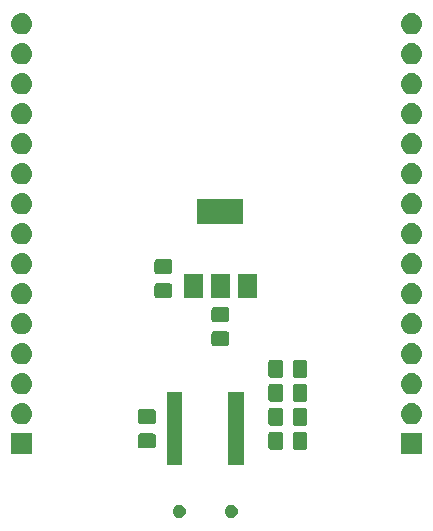
<source format=gbr>
G04 #@! TF.GenerationSoftware,KiCad,Pcbnew,(5.1.0)-1*
G04 #@! TF.CreationDate,2019-09-22T22:35:09+02:00*
G04 #@! TF.ProjectId,ESP32Eval,45535033-3245-4766-916c-2e6b69636164,rev?*
G04 #@! TF.SameCoordinates,Original*
G04 #@! TF.FileFunction,Soldermask,Bot*
G04 #@! TF.FilePolarity,Negative*
%FSLAX46Y46*%
G04 Gerber Fmt 4.6, Leading zero omitted, Abs format (unit mm)*
G04 Created by KiCad (PCBNEW (5.1.0)-1) date 2019-09-22 22:35:09*
%MOMM*%
%LPD*%
G04 APERTURE LIST*
%ADD10C,0.100000*%
G04 APERTURE END LIST*
D10*
G36*
X149680721Y-127105174D02*
G01*
X149780995Y-127146709D01*
X149780996Y-127146710D01*
X149871242Y-127207010D01*
X149947990Y-127283758D01*
X149947991Y-127283760D01*
X150008291Y-127374005D01*
X150049826Y-127474279D01*
X150071000Y-127580730D01*
X150071000Y-127689270D01*
X150049826Y-127795721D01*
X150008291Y-127895995D01*
X150008290Y-127895996D01*
X149947990Y-127986242D01*
X149871242Y-128062990D01*
X149825812Y-128093345D01*
X149780995Y-128123291D01*
X149680721Y-128164826D01*
X149574270Y-128186000D01*
X149465730Y-128186000D01*
X149359279Y-128164826D01*
X149259005Y-128123291D01*
X149214188Y-128093345D01*
X149168758Y-128062990D01*
X149092010Y-127986242D01*
X149031710Y-127895996D01*
X149031709Y-127895995D01*
X148990174Y-127795721D01*
X148969000Y-127689270D01*
X148969000Y-127580730D01*
X148990174Y-127474279D01*
X149031709Y-127374005D01*
X149092009Y-127283760D01*
X149092010Y-127283758D01*
X149168758Y-127207010D01*
X149259004Y-127146710D01*
X149259005Y-127146709D01*
X149359279Y-127105174D01*
X149465730Y-127084000D01*
X149574270Y-127084000D01*
X149680721Y-127105174D01*
X149680721Y-127105174D01*
G37*
G36*
X145280721Y-127105174D02*
G01*
X145380995Y-127146709D01*
X145380996Y-127146710D01*
X145471242Y-127207010D01*
X145547990Y-127283758D01*
X145547991Y-127283760D01*
X145608291Y-127374005D01*
X145649826Y-127474279D01*
X145671000Y-127580730D01*
X145671000Y-127689270D01*
X145649826Y-127795721D01*
X145608291Y-127895995D01*
X145608290Y-127895996D01*
X145547990Y-127986242D01*
X145471242Y-128062990D01*
X145425812Y-128093345D01*
X145380995Y-128123291D01*
X145280721Y-128164826D01*
X145174270Y-128186000D01*
X145065730Y-128186000D01*
X144959279Y-128164826D01*
X144859005Y-128123291D01*
X144814188Y-128093345D01*
X144768758Y-128062990D01*
X144692010Y-127986242D01*
X144631710Y-127895996D01*
X144631709Y-127895995D01*
X144590174Y-127795721D01*
X144569000Y-127689270D01*
X144569000Y-127580730D01*
X144590174Y-127474279D01*
X144631709Y-127374005D01*
X144692009Y-127283760D01*
X144692010Y-127283758D01*
X144768758Y-127207010D01*
X144859004Y-127146710D01*
X144859005Y-127146709D01*
X144959279Y-127105174D01*
X145065730Y-127084000D01*
X145174270Y-127084000D01*
X145280721Y-127105174D01*
X145280721Y-127105174D01*
G37*
G36*
X145371000Y-123758500D02*
G01*
X144069000Y-123758500D01*
X144069000Y-117541500D01*
X145371000Y-117541500D01*
X145371000Y-123758500D01*
X145371000Y-123758500D01*
G37*
G36*
X150571000Y-123758500D02*
G01*
X149269000Y-123758500D01*
X149269000Y-117541500D01*
X150571000Y-117541500D01*
X150571000Y-123758500D01*
X150571000Y-123758500D01*
G37*
G36*
X165681000Y-122821000D02*
G01*
X163879000Y-122821000D01*
X163879000Y-121019000D01*
X165681000Y-121019000D01*
X165681000Y-122821000D01*
X165681000Y-122821000D01*
G37*
G36*
X132666000Y-122821000D02*
G01*
X130864000Y-122821000D01*
X130864000Y-121019000D01*
X132666000Y-121019000D01*
X132666000Y-122821000D01*
X132666000Y-122821000D01*
G37*
G36*
X153743674Y-120919465D02*
G01*
X153781367Y-120930899D01*
X153816103Y-120949466D01*
X153846548Y-120974452D01*
X153871534Y-121004897D01*
X153890101Y-121039633D01*
X153901535Y-121077326D01*
X153906000Y-121122661D01*
X153906000Y-122209339D01*
X153901535Y-122254674D01*
X153890101Y-122292367D01*
X153871534Y-122327103D01*
X153846548Y-122357548D01*
X153816103Y-122382534D01*
X153781367Y-122401101D01*
X153743674Y-122412535D01*
X153698339Y-122417000D01*
X152861661Y-122417000D01*
X152816326Y-122412535D01*
X152778633Y-122401101D01*
X152743897Y-122382534D01*
X152713452Y-122357548D01*
X152688466Y-122327103D01*
X152669899Y-122292367D01*
X152658465Y-122254674D01*
X152654000Y-122209339D01*
X152654000Y-121122661D01*
X152658465Y-121077326D01*
X152669899Y-121039633D01*
X152688466Y-121004897D01*
X152713452Y-120974452D01*
X152743897Y-120949466D01*
X152778633Y-120930899D01*
X152816326Y-120919465D01*
X152861661Y-120915000D01*
X153698339Y-120915000D01*
X153743674Y-120919465D01*
X153743674Y-120919465D01*
G37*
G36*
X155793674Y-120919465D02*
G01*
X155831367Y-120930899D01*
X155866103Y-120949466D01*
X155896548Y-120974452D01*
X155921534Y-121004897D01*
X155940101Y-121039633D01*
X155951535Y-121077326D01*
X155956000Y-121122661D01*
X155956000Y-122209339D01*
X155951535Y-122254674D01*
X155940101Y-122292367D01*
X155921534Y-122327103D01*
X155896548Y-122357548D01*
X155866103Y-122382534D01*
X155831367Y-122401101D01*
X155793674Y-122412535D01*
X155748339Y-122417000D01*
X154911661Y-122417000D01*
X154866326Y-122412535D01*
X154828633Y-122401101D01*
X154793897Y-122382534D01*
X154763452Y-122357548D01*
X154738466Y-122327103D01*
X154719899Y-122292367D01*
X154708465Y-122254674D01*
X154704000Y-122209339D01*
X154704000Y-121122661D01*
X154708465Y-121077326D01*
X154719899Y-121039633D01*
X154738466Y-121004897D01*
X154763452Y-120974452D01*
X154793897Y-120949466D01*
X154828633Y-120930899D01*
X154866326Y-120919465D01*
X154911661Y-120915000D01*
X155748339Y-120915000D01*
X155793674Y-120919465D01*
X155793674Y-120919465D01*
G37*
G36*
X142955674Y-121053465D02*
G01*
X142993367Y-121064899D01*
X143028103Y-121083466D01*
X143058548Y-121108452D01*
X143083534Y-121138897D01*
X143102101Y-121173633D01*
X143113535Y-121211326D01*
X143118000Y-121256661D01*
X143118000Y-122093339D01*
X143113535Y-122138674D01*
X143102101Y-122176367D01*
X143083534Y-122211103D01*
X143058548Y-122241548D01*
X143028103Y-122266534D01*
X142993367Y-122285101D01*
X142955674Y-122296535D01*
X142910339Y-122301000D01*
X141823661Y-122301000D01*
X141778326Y-122296535D01*
X141740633Y-122285101D01*
X141705897Y-122266534D01*
X141675452Y-122241548D01*
X141650466Y-122211103D01*
X141631899Y-122176367D01*
X141620465Y-122138674D01*
X141616000Y-122093339D01*
X141616000Y-121256661D01*
X141620465Y-121211326D01*
X141631899Y-121173633D01*
X141650466Y-121138897D01*
X141675452Y-121108452D01*
X141705897Y-121083466D01*
X141740633Y-121064899D01*
X141778326Y-121053465D01*
X141823661Y-121049000D01*
X142910339Y-121049000D01*
X142955674Y-121053465D01*
X142955674Y-121053465D01*
G37*
G36*
X155793674Y-118887465D02*
G01*
X155831367Y-118898899D01*
X155866103Y-118917466D01*
X155896548Y-118942452D01*
X155921534Y-118972897D01*
X155940101Y-119007633D01*
X155951535Y-119045326D01*
X155956000Y-119090661D01*
X155956000Y-120177339D01*
X155951535Y-120222674D01*
X155940101Y-120260367D01*
X155921534Y-120295103D01*
X155896548Y-120325548D01*
X155866103Y-120350534D01*
X155831367Y-120369101D01*
X155793674Y-120380535D01*
X155748339Y-120385000D01*
X154911661Y-120385000D01*
X154866326Y-120380535D01*
X154828633Y-120369101D01*
X154793897Y-120350534D01*
X154763452Y-120325548D01*
X154738466Y-120295103D01*
X154719899Y-120260367D01*
X154708465Y-120222674D01*
X154704000Y-120177339D01*
X154704000Y-119090661D01*
X154708465Y-119045326D01*
X154719899Y-119007633D01*
X154738466Y-118972897D01*
X154763452Y-118942452D01*
X154793897Y-118917466D01*
X154828633Y-118898899D01*
X154866326Y-118887465D01*
X154911661Y-118883000D01*
X155748339Y-118883000D01*
X155793674Y-118887465D01*
X155793674Y-118887465D01*
G37*
G36*
X153743674Y-118887465D02*
G01*
X153781367Y-118898899D01*
X153816103Y-118917466D01*
X153846548Y-118942452D01*
X153871534Y-118972897D01*
X153890101Y-119007633D01*
X153901535Y-119045326D01*
X153906000Y-119090661D01*
X153906000Y-120177339D01*
X153901535Y-120222674D01*
X153890101Y-120260367D01*
X153871534Y-120295103D01*
X153846548Y-120325548D01*
X153816103Y-120350534D01*
X153781367Y-120369101D01*
X153743674Y-120380535D01*
X153698339Y-120385000D01*
X152861661Y-120385000D01*
X152816326Y-120380535D01*
X152778633Y-120369101D01*
X152743897Y-120350534D01*
X152713452Y-120325548D01*
X152688466Y-120295103D01*
X152669899Y-120260367D01*
X152658465Y-120222674D01*
X152654000Y-120177339D01*
X152654000Y-119090661D01*
X152658465Y-119045326D01*
X152669899Y-119007633D01*
X152688466Y-118972897D01*
X152713452Y-118942452D01*
X152743897Y-118917466D01*
X152778633Y-118898899D01*
X152816326Y-118887465D01*
X152861661Y-118883000D01*
X153698339Y-118883000D01*
X153743674Y-118887465D01*
X153743674Y-118887465D01*
G37*
G36*
X131875442Y-118485518D02*
G01*
X131941627Y-118492037D01*
X132111466Y-118543557D01*
X132267991Y-118627222D01*
X132303729Y-118656552D01*
X132405186Y-118739814D01*
X132464016Y-118811500D01*
X132517778Y-118877009D01*
X132601443Y-119033534D01*
X132652963Y-119203373D01*
X132670359Y-119380000D01*
X132652963Y-119556627D01*
X132601443Y-119726466D01*
X132517778Y-119882991D01*
X132488448Y-119918729D01*
X132405186Y-120020186D01*
X132321732Y-120088674D01*
X132267991Y-120132778D01*
X132111466Y-120216443D01*
X131941627Y-120267963D01*
X131875442Y-120274482D01*
X131809260Y-120281000D01*
X131720740Y-120281000D01*
X131654558Y-120274482D01*
X131588373Y-120267963D01*
X131418534Y-120216443D01*
X131262009Y-120132778D01*
X131208268Y-120088674D01*
X131124814Y-120020186D01*
X131041552Y-119918729D01*
X131012222Y-119882991D01*
X130928557Y-119726466D01*
X130877037Y-119556627D01*
X130859641Y-119380000D01*
X130877037Y-119203373D01*
X130928557Y-119033534D01*
X131012222Y-118877009D01*
X131065984Y-118811500D01*
X131124814Y-118739814D01*
X131226271Y-118656552D01*
X131262009Y-118627222D01*
X131418534Y-118543557D01*
X131588373Y-118492037D01*
X131654558Y-118485518D01*
X131720740Y-118479000D01*
X131809260Y-118479000D01*
X131875442Y-118485518D01*
X131875442Y-118485518D01*
G37*
G36*
X164890442Y-118485518D02*
G01*
X164956627Y-118492037D01*
X165126466Y-118543557D01*
X165282991Y-118627222D01*
X165318729Y-118656552D01*
X165420186Y-118739814D01*
X165479016Y-118811500D01*
X165532778Y-118877009D01*
X165616443Y-119033534D01*
X165667963Y-119203373D01*
X165685359Y-119380000D01*
X165667963Y-119556627D01*
X165616443Y-119726466D01*
X165532778Y-119882991D01*
X165503448Y-119918729D01*
X165420186Y-120020186D01*
X165336732Y-120088674D01*
X165282991Y-120132778D01*
X165126466Y-120216443D01*
X164956627Y-120267963D01*
X164890442Y-120274482D01*
X164824260Y-120281000D01*
X164735740Y-120281000D01*
X164669558Y-120274482D01*
X164603373Y-120267963D01*
X164433534Y-120216443D01*
X164277009Y-120132778D01*
X164223268Y-120088674D01*
X164139814Y-120020186D01*
X164056552Y-119918729D01*
X164027222Y-119882991D01*
X163943557Y-119726466D01*
X163892037Y-119556627D01*
X163874641Y-119380000D01*
X163892037Y-119203373D01*
X163943557Y-119033534D01*
X164027222Y-118877009D01*
X164080984Y-118811500D01*
X164139814Y-118739814D01*
X164241271Y-118656552D01*
X164277009Y-118627222D01*
X164433534Y-118543557D01*
X164603373Y-118492037D01*
X164669558Y-118485518D01*
X164735740Y-118479000D01*
X164824260Y-118479000D01*
X164890442Y-118485518D01*
X164890442Y-118485518D01*
G37*
G36*
X142955674Y-119003465D02*
G01*
X142993367Y-119014899D01*
X143028103Y-119033466D01*
X143058548Y-119058452D01*
X143083534Y-119088897D01*
X143102101Y-119123633D01*
X143113535Y-119161326D01*
X143118000Y-119206661D01*
X143118000Y-120043339D01*
X143113535Y-120088674D01*
X143102101Y-120126367D01*
X143083534Y-120161103D01*
X143058548Y-120191548D01*
X143028103Y-120216534D01*
X142993367Y-120235101D01*
X142955674Y-120246535D01*
X142910339Y-120251000D01*
X141823661Y-120251000D01*
X141778326Y-120246535D01*
X141740633Y-120235101D01*
X141705897Y-120216534D01*
X141675452Y-120191548D01*
X141650466Y-120161103D01*
X141631899Y-120126367D01*
X141620465Y-120088674D01*
X141616000Y-120043339D01*
X141616000Y-119206661D01*
X141620465Y-119161326D01*
X141631899Y-119123633D01*
X141650466Y-119088897D01*
X141675452Y-119058452D01*
X141705897Y-119033466D01*
X141740633Y-119014899D01*
X141778326Y-119003465D01*
X141823661Y-118999000D01*
X142910339Y-118999000D01*
X142955674Y-119003465D01*
X142955674Y-119003465D01*
G37*
G36*
X155793674Y-116855465D02*
G01*
X155831367Y-116866899D01*
X155866103Y-116885466D01*
X155896548Y-116910452D01*
X155921534Y-116940897D01*
X155940101Y-116975633D01*
X155951535Y-117013326D01*
X155956000Y-117058661D01*
X155956000Y-118145339D01*
X155951535Y-118190674D01*
X155940101Y-118228367D01*
X155921534Y-118263103D01*
X155896548Y-118293548D01*
X155866103Y-118318534D01*
X155831367Y-118337101D01*
X155793674Y-118348535D01*
X155748339Y-118353000D01*
X154911661Y-118353000D01*
X154866326Y-118348535D01*
X154828633Y-118337101D01*
X154793897Y-118318534D01*
X154763452Y-118293548D01*
X154738466Y-118263103D01*
X154719899Y-118228367D01*
X154708465Y-118190674D01*
X154704000Y-118145339D01*
X154704000Y-117058661D01*
X154708465Y-117013326D01*
X154719899Y-116975633D01*
X154738466Y-116940897D01*
X154763452Y-116910452D01*
X154793897Y-116885466D01*
X154828633Y-116866899D01*
X154866326Y-116855465D01*
X154911661Y-116851000D01*
X155748339Y-116851000D01*
X155793674Y-116855465D01*
X155793674Y-116855465D01*
G37*
G36*
X153743674Y-116855465D02*
G01*
X153781367Y-116866899D01*
X153816103Y-116885466D01*
X153846548Y-116910452D01*
X153871534Y-116940897D01*
X153890101Y-116975633D01*
X153901535Y-117013326D01*
X153906000Y-117058661D01*
X153906000Y-118145339D01*
X153901535Y-118190674D01*
X153890101Y-118228367D01*
X153871534Y-118263103D01*
X153846548Y-118293548D01*
X153816103Y-118318534D01*
X153781367Y-118337101D01*
X153743674Y-118348535D01*
X153698339Y-118353000D01*
X152861661Y-118353000D01*
X152816326Y-118348535D01*
X152778633Y-118337101D01*
X152743897Y-118318534D01*
X152713452Y-118293548D01*
X152688466Y-118263103D01*
X152669899Y-118228367D01*
X152658465Y-118190674D01*
X152654000Y-118145339D01*
X152654000Y-117058661D01*
X152658465Y-117013326D01*
X152669899Y-116975633D01*
X152688466Y-116940897D01*
X152713452Y-116910452D01*
X152743897Y-116885466D01*
X152778633Y-116866899D01*
X152816326Y-116855465D01*
X152861661Y-116851000D01*
X153698339Y-116851000D01*
X153743674Y-116855465D01*
X153743674Y-116855465D01*
G37*
G36*
X164890442Y-115945518D02*
G01*
X164956627Y-115952037D01*
X165126466Y-116003557D01*
X165282991Y-116087222D01*
X165314814Y-116113339D01*
X165420186Y-116199814D01*
X165481996Y-116275131D01*
X165532778Y-116337009D01*
X165616443Y-116493534D01*
X165667963Y-116663373D01*
X165685359Y-116840000D01*
X165667963Y-117016627D01*
X165616443Y-117186466D01*
X165532778Y-117342991D01*
X165503448Y-117378729D01*
X165420186Y-117480186D01*
X165318729Y-117563448D01*
X165282991Y-117592778D01*
X165126466Y-117676443D01*
X164956627Y-117727963D01*
X164890442Y-117734482D01*
X164824260Y-117741000D01*
X164735740Y-117741000D01*
X164669558Y-117734482D01*
X164603373Y-117727963D01*
X164433534Y-117676443D01*
X164277009Y-117592778D01*
X164241271Y-117563448D01*
X164139814Y-117480186D01*
X164056552Y-117378729D01*
X164027222Y-117342991D01*
X163943557Y-117186466D01*
X163892037Y-117016627D01*
X163874641Y-116840000D01*
X163892037Y-116663373D01*
X163943557Y-116493534D01*
X164027222Y-116337009D01*
X164078004Y-116275131D01*
X164139814Y-116199814D01*
X164245186Y-116113339D01*
X164277009Y-116087222D01*
X164433534Y-116003557D01*
X164603373Y-115952037D01*
X164669558Y-115945518D01*
X164735740Y-115939000D01*
X164824260Y-115939000D01*
X164890442Y-115945518D01*
X164890442Y-115945518D01*
G37*
G36*
X131875442Y-115945518D02*
G01*
X131941627Y-115952037D01*
X132111466Y-116003557D01*
X132267991Y-116087222D01*
X132299814Y-116113339D01*
X132405186Y-116199814D01*
X132466996Y-116275131D01*
X132517778Y-116337009D01*
X132601443Y-116493534D01*
X132652963Y-116663373D01*
X132670359Y-116840000D01*
X132652963Y-117016627D01*
X132601443Y-117186466D01*
X132517778Y-117342991D01*
X132488448Y-117378729D01*
X132405186Y-117480186D01*
X132303729Y-117563448D01*
X132267991Y-117592778D01*
X132111466Y-117676443D01*
X131941627Y-117727963D01*
X131875442Y-117734482D01*
X131809260Y-117741000D01*
X131720740Y-117741000D01*
X131654558Y-117734482D01*
X131588373Y-117727963D01*
X131418534Y-117676443D01*
X131262009Y-117592778D01*
X131226271Y-117563448D01*
X131124814Y-117480186D01*
X131041552Y-117378729D01*
X131012222Y-117342991D01*
X130928557Y-117186466D01*
X130877037Y-117016627D01*
X130859641Y-116840000D01*
X130877037Y-116663373D01*
X130928557Y-116493534D01*
X131012222Y-116337009D01*
X131063004Y-116275131D01*
X131124814Y-116199814D01*
X131230186Y-116113339D01*
X131262009Y-116087222D01*
X131418534Y-116003557D01*
X131588373Y-115952037D01*
X131654558Y-115945518D01*
X131720740Y-115939000D01*
X131809260Y-115939000D01*
X131875442Y-115945518D01*
X131875442Y-115945518D01*
G37*
G36*
X155793674Y-114823465D02*
G01*
X155831367Y-114834899D01*
X155866103Y-114853466D01*
X155896548Y-114878452D01*
X155921534Y-114908897D01*
X155940101Y-114943633D01*
X155951535Y-114981326D01*
X155956000Y-115026661D01*
X155956000Y-116113339D01*
X155951535Y-116158674D01*
X155940101Y-116196367D01*
X155921534Y-116231103D01*
X155896548Y-116261548D01*
X155866103Y-116286534D01*
X155831367Y-116305101D01*
X155793674Y-116316535D01*
X155748339Y-116321000D01*
X154911661Y-116321000D01*
X154866326Y-116316535D01*
X154828633Y-116305101D01*
X154793897Y-116286534D01*
X154763452Y-116261548D01*
X154738466Y-116231103D01*
X154719899Y-116196367D01*
X154708465Y-116158674D01*
X154704000Y-116113339D01*
X154704000Y-115026661D01*
X154708465Y-114981326D01*
X154719899Y-114943633D01*
X154738466Y-114908897D01*
X154763452Y-114878452D01*
X154793897Y-114853466D01*
X154828633Y-114834899D01*
X154866326Y-114823465D01*
X154911661Y-114819000D01*
X155748339Y-114819000D01*
X155793674Y-114823465D01*
X155793674Y-114823465D01*
G37*
G36*
X153743674Y-114823465D02*
G01*
X153781367Y-114834899D01*
X153816103Y-114853466D01*
X153846548Y-114878452D01*
X153871534Y-114908897D01*
X153890101Y-114943633D01*
X153901535Y-114981326D01*
X153906000Y-115026661D01*
X153906000Y-116113339D01*
X153901535Y-116158674D01*
X153890101Y-116196367D01*
X153871534Y-116231103D01*
X153846548Y-116261548D01*
X153816103Y-116286534D01*
X153781367Y-116305101D01*
X153743674Y-116316535D01*
X153698339Y-116321000D01*
X152861661Y-116321000D01*
X152816326Y-116316535D01*
X152778633Y-116305101D01*
X152743897Y-116286534D01*
X152713452Y-116261548D01*
X152688466Y-116231103D01*
X152669899Y-116196367D01*
X152658465Y-116158674D01*
X152654000Y-116113339D01*
X152654000Y-115026661D01*
X152658465Y-114981326D01*
X152669899Y-114943633D01*
X152688466Y-114908897D01*
X152713452Y-114878452D01*
X152743897Y-114853466D01*
X152778633Y-114834899D01*
X152816326Y-114823465D01*
X152861661Y-114819000D01*
X153698339Y-114819000D01*
X153743674Y-114823465D01*
X153743674Y-114823465D01*
G37*
G36*
X164890443Y-113405519D02*
G01*
X164956627Y-113412037D01*
X165126466Y-113463557D01*
X165126468Y-113463558D01*
X165182811Y-113493674D01*
X165282991Y-113547222D01*
X165305997Y-113566103D01*
X165420186Y-113659814D01*
X165503448Y-113761271D01*
X165532778Y-113797009D01*
X165616443Y-113953534D01*
X165667963Y-114123373D01*
X165685359Y-114300000D01*
X165667963Y-114476627D01*
X165616443Y-114646466D01*
X165532778Y-114802991D01*
X165515975Y-114823465D01*
X165420186Y-114940186D01*
X165318729Y-115023448D01*
X165282991Y-115052778D01*
X165126466Y-115136443D01*
X164956627Y-115187963D01*
X164890442Y-115194482D01*
X164824260Y-115201000D01*
X164735740Y-115201000D01*
X164669558Y-115194482D01*
X164603373Y-115187963D01*
X164433534Y-115136443D01*
X164277009Y-115052778D01*
X164241271Y-115023448D01*
X164139814Y-114940186D01*
X164044025Y-114823465D01*
X164027222Y-114802991D01*
X163943557Y-114646466D01*
X163892037Y-114476627D01*
X163874641Y-114300000D01*
X163892037Y-114123373D01*
X163943557Y-113953534D01*
X164027222Y-113797009D01*
X164056552Y-113761271D01*
X164139814Y-113659814D01*
X164254003Y-113566103D01*
X164277009Y-113547222D01*
X164377189Y-113493674D01*
X164433532Y-113463558D01*
X164433534Y-113463557D01*
X164603373Y-113412037D01*
X164669557Y-113405519D01*
X164735740Y-113399000D01*
X164824260Y-113399000D01*
X164890443Y-113405519D01*
X164890443Y-113405519D01*
G37*
G36*
X131875443Y-113405519D02*
G01*
X131941627Y-113412037D01*
X132111466Y-113463557D01*
X132111468Y-113463558D01*
X132167811Y-113493674D01*
X132267991Y-113547222D01*
X132290997Y-113566103D01*
X132405186Y-113659814D01*
X132488448Y-113761271D01*
X132517778Y-113797009D01*
X132601443Y-113953534D01*
X132652963Y-114123373D01*
X132670359Y-114300000D01*
X132652963Y-114476627D01*
X132601443Y-114646466D01*
X132517778Y-114802991D01*
X132500975Y-114823465D01*
X132405186Y-114940186D01*
X132303729Y-115023448D01*
X132267991Y-115052778D01*
X132111466Y-115136443D01*
X131941627Y-115187963D01*
X131875442Y-115194482D01*
X131809260Y-115201000D01*
X131720740Y-115201000D01*
X131654558Y-115194482D01*
X131588373Y-115187963D01*
X131418534Y-115136443D01*
X131262009Y-115052778D01*
X131226271Y-115023448D01*
X131124814Y-114940186D01*
X131029025Y-114823465D01*
X131012222Y-114802991D01*
X130928557Y-114646466D01*
X130877037Y-114476627D01*
X130859641Y-114300000D01*
X130877037Y-114123373D01*
X130928557Y-113953534D01*
X131012222Y-113797009D01*
X131041552Y-113761271D01*
X131124814Y-113659814D01*
X131239003Y-113566103D01*
X131262009Y-113547222D01*
X131362189Y-113493674D01*
X131418532Y-113463558D01*
X131418534Y-113463557D01*
X131588373Y-113412037D01*
X131654557Y-113405519D01*
X131720740Y-113399000D01*
X131809260Y-113399000D01*
X131875443Y-113405519D01*
X131875443Y-113405519D01*
G37*
G36*
X149178674Y-112408465D02*
G01*
X149216367Y-112419899D01*
X149251103Y-112438466D01*
X149281548Y-112463452D01*
X149306534Y-112493897D01*
X149325101Y-112528633D01*
X149336535Y-112566326D01*
X149341000Y-112611661D01*
X149341000Y-113448339D01*
X149336535Y-113493674D01*
X149325101Y-113531367D01*
X149306534Y-113566103D01*
X149281548Y-113596548D01*
X149251103Y-113621534D01*
X149216367Y-113640101D01*
X149178674Y-113651535D01*
X149133339Y-113656000D01*
X148046661Y-113656000D01*
X148001326Y-113651535D01*
X147963633Y-113640101D01*
X147928897Y-113621534D01*
X147898452Y-113596548D01*
X147873466Y-113566103D01*
X147854899Y-113531367D01*
X147843465Y-113493674D01*
X147839000Y-113448339D01*
X147839000Y-112611661D01*
X147843465Y-112566326D01*
X147854899Y-112528633D01*
X147873466Y-112493897D01*
X147898452Y-112463452D01*
X147928897Y-112438466D01*
X147963633Y-112419899D01*
X148001326Y-112408465D01*
X148046661Y-112404000D01*
X149133339Y-112404000D01*
X149178674Y-112408465D01*
X149178674Y-112408465D01*
G37*
G36*
X164890442Y-110865518D02*
G01*
X164956627Y-110872037D01*
X165126466Y-110923557D01*
X165282991Y-111007222D01*
X165318729Y-111036552D01*
X165420186Y-111119814D01*
X165503448Y-111221271D01*
X165532778Y-111257009D01*
X165616443Y-111413534D01*
X165667963Y-111583373D01*
X165685359Y-111760000D01*
X165667963Y-111936627D01*
X165616443Y-112106466D01*
X165532778Y-112262991D01*
X165503448Y-112298729D01*
X165420186Y-112400186D01*
X165318729Y-112483448D01*
X165282991Y-112512778D01*
X165253329Y-112528633D01*
X165172164Y-112572017D01*
X165126466Y-112596443D01*
X164956627Y-112647963D01*
X164890442Y-112654482D01*
X164824260Y-112661000D01*
X164735740Y-112661000D01*
X164669558Y-112654482D01*
X164603373Y-112647963D01*
X164433534Y-112596443D01*
X164387837Y-112572017D01*
X164306671Y-112528633D01*
X164277009Y-112512778D01*
X164241271Y-112483448D01*
X164139814Y-112400186D01*
X164056552Y-112298729D01*
X164027222Y-112262991D01*
X163943557Y-112106466D01*
X163892037Y-111936627D01*
X163874641Y-111760000D01*
X163892037Y-111583373D01*
X163943557Y-111413534D01*
X164027222Y-111257009D01*
X164056552Y-111221271D01*
X164139814Y-111119814D01*
X164241271Y-111036552D01*
X164277009Y-111007222D01*
X164433534Y-110923557D01*
X164603373Y-110872037D01*
X164669558Y-110865518D01*
X164735740Y-110859000D01*
X164824260Y-110859000D01*
X164890442Y-110865518D01*
X164890442Y-110865518D01*
G37*
G36*
X131875442Y-110865518D02*
G01*
X131941627Y-110872037D01*
X132111466Y-110923557D01*
X132267991Y-111007222D01*
X132303729Y-111036552D01*
X132405186Y-111119814D01*
X132488448Y-111221271D01*
X132517778Y-111257009D01*
X132601443Y-111413534D01*
X132652963Y-111583373D01*
X132670359Y-111760000D01*
X132652963Y-111936627D01*
X132601443Y-112106466D01*
X132517778Y-112262991D01*
X132488448Y-112298729D01*
X132405186Y-112400186D01*
X132303729Y-112483448D01*
X132267991Y-112512778D01*
X132238329Y-112528633D01*
X132157164Y-112572017D01*
X132111466Y-112596443D01*
X131941627Y-112647963D01*
X131875442Y-112654482D01*
X131809260Y-112661000D01*
X131720740Y-112661000D01*
X131654558Y-112654482D01*
X131588373Y-112647963D01*
X131418534Y-112596443D01*
X131372837Y-112572017D01*
X131291671Y-112528633D01*
X131262009Y-112512778D01*
X131226271Y-112483448D01*
X131124814Y-112400186D01*
X131041552Y-112298729D01*
X131012222Y-112262991D01*
X130928557Y-112106466D01*
X130877037Y-111936627D01*
X130859641Y-111760000D01*
X130877037Y-111583373D01*
X130928557Y-111413534D01*
X131012222Y-111257009D01*
X131041552Y-111221271D01*
X131124814Y-111119814D01*
X131226271Y-111036552D01*
X131262009Y-111007222D01*
X131418534Y-110923557D01*
X131588373Y-110872037D01*
X131654558Y-110865518D01*
X131720740Y-110859000D01*
X131809260Y-110859000D01*
X131875442Y-110865518D01*
X131875442Y-110865518D01*
G37*
G36*
X149178674Y-110358465D02*
G01*
X149216367Y-110369899D01*
X149251103Y-110388466D01*
X149281548Y-110413452D01*
X149306534Y-110443897D01*
X149325101Y-110478633D01*
X149336535Y-110516326D01*
X149341000Y-110561661D01*
X149341000Y-111398339D01*
X149336535Y-111443674D01*
X149325101Y-111481367D01*
X149306534Y-111516103D01*
X149281548Y-111546548D01*
X149251103Y-111571534D01*
X149216367Y-111590101D01*
X149178674Y-111601535D01*
X149133339Y-111606000D01*
X148046661Y-111606000D01*
X148001326Y-111601535D01*
X147963633Y-111590101D01*
X147928897Y-111571534D01*
X147898452Y-111546548D01*
X147873466Y-111516103D01*
X147854899Y-111481367D01*
X147843465Y-111443674D01*
X147839000Y-111398339D01*
X147839000Y-110561661D01*
X147843465Y-110516326D01*
X147854899Y-110478633D01*
X147873466Y-110443897D01*
X147898452Y-110413452D01*
X147928897Y-110388466D01*
X147963633Y-110369899D01*
X148001326Y-110358465D01*
X148046661Y-110354000D01*
X149133339Y-110354000D01*
X149178674Y-110358465D01*
X149178674Y-110358465D01*
G37*
G36*
X131875443Y-108325519D02*
G01*
X131941627Y-108332037D01*
X132111466Y-108383557D01*
X132111468Y-108383558D01*
X132141203Y-108399452D01*
X132267991Y-108467222D01*
X132303729Y-108496552D01*
X132405186Y-108579814D01*
X132488448Y-108681271D01*
X132517778Y-108717009D01*
X132601443Y-108873534D01*
X132652963Y-109043373D01*
X132670359Y-109220000D01*
X132652963Y-109396627D01*
X132601443Y-109566466D01*
X132517778Y-109722991D01*
X132488448Y-109758729D01*
X132405186Y-109860186D01*
X132303729Y-109943448D01*
X132267991Y-109972778D01*
X132111466Y-110056443D01*
X131941627Y-110107963D01*
X131875443Y-110114481D01*
X131809260Y-110121000D01*
X131720740Y-110121000D01*
X131654557Y-110114481D01*
X131588373Y-110107963D01*
X131418534Y-110056443D01*
X131262009Y-109972778D01*
X131226271Y-109943448D01*
X131124814Y-109860186D01*
X131041552Y-109758729D01*
X131012222Y-109722991D01*
X130928557Y-109566466D01*
X130877037Y-109396627D01*
X130859641Y-109220000D01*
X130877037Y-109043373D01*
X130928557Y-108873534D01*
X131012222Y-108717009D01*
X131041552Y-108681271D01*
X131124814Y-108579814D01*
X131226271Y-108496552D01*
X131262009Y-108467222D01*
X131388797Y-108399452D01*
X131418532Y-108383558D01*
X131418534Y-108383557D01*
X131588373Y-108332037D01*
X131654557Y-108325519D01*
X131720740Y-108319000D01*
X131809260Y-108319000D01*
X131875443Y-108325519D01*
X131875443Y-108325519D01*
G37*
G36*
X164890443Y-108325519D02*
G01*
X164956627Y-108332037D01*
X165126466Y-108383557D01*
X165126468Y-108383558D01*
X165156203Y-108399452D01*
X165282991Y-108467222D01*
X165318729Y-108496552D01*
X165420186Y-108579814D01*
X165503448Y-108681271D01*
X165532778Y-108717009D01*
X165616443Y-108873534D01*
X165667963Y-109043373D01*
X165685359Y-109220000D01*
X165667963Y-109396627D01*
X165616443Y-109566466D01*
X165532778Y-109722991D01*
X165503448Y-109758729D01*
X165420186Y-109860186D01*
X165318729Y-109943448D01*
X165282991Y-109972778D01*
X165126466Y-110056443D01*
X164956627Y-110107963D01*
X164890443Y-110114481D01*
X164824260Y-110121000D01*
X164735740Y-110121000D01*
X164669557Y-110114481D01*
X164603373Y-110107963D01*
X164433534Y-110056443D01*
X164277009Y-109972778D01*
X164241271Y-109943448D01*
X164139814Y-109860186D01*
X164056552Y-109758729D01*
X164027222Y-109722991D01*
X163943557Y-109566466D01*
X163892037Y-109396627D01*
X163874641Y-109220000D01*
X163892037Y-109043373D01*
X163943557Y-108873534D01*
X164027222Y-108717009D01*
X164056552Y-108681271D01*
X164139814Y-108579814D01*
X164241271Y-108496552D01*
X164277009Y-108467222D01*
X164403797Y-108399452D01*
X164433532Y-108383558D01*
X164433534Y-108383557D01*
X164603373Y-108332037D01*
X164669557Y-108325519D01*
X164735740Y-108319000D01*
X164824260Y-108319000D01*
X164890443Y-108325519D01*
X164890443Y-108325519D01*
G37*
G36*
X151691000Y-109611000D02*
G01*
X150089000Y-109611000D01*
X150089000Y-107509000D01*
X151691000Y-107509000D01*
X151691000Y-109611000D01*
X151691000Y-109611000D01*
G37*
G36*
X147091000Y-109611000D02*
G01*
X145489000Y-109611000D01*
X145489000Y-107509000D01*
X147091000Y-107509000D01*
X147091000Y-109611000D01*
X147091000Y-109611000D01*
G37*
G36*
X149391000Y-109611000D02*
G01*
X147789000Y-109611000D01*
X147789000Y-107509000D01*
X149391000Y-107509000D01*
X149391000Y-109611000D01*
X149391000Y-109611000D01*
G37*
G36*
X144352674Y-108344465D02*
G01*
X144390367Y-108355899D01*
X144425103Y-108374466D01*
X144455548Y-108399452D01*
X144480534Y-108429897D01*
X144499101Y-108464633D01*
X144510535Y-108502326D01*
X144515000Y-108547661D01*
X144515000Y-109384339D01*
X144510535Y-109429674D01*
X144499101Y-109467367D01*
X144480534Y-109502103D01*
X144455548Y-109532548D01*
X144425103Y-109557534D01*
X144390367Y-109576101D01*
X144352674Y-109587535D01*
X144307339Y-109592000D01*
X143220661Y-109592000D01*
X143175326Y-109587535D01*
X143137633Y-109576101D01*
X143102897Y-109557534D01*
X143072452Y-109532548D01*
X143047466Y-109502103D01*
X143028899Y-109467367D01*
X143017465Y-109429674D01*
X143013000Y-109384339D01*
X143013000Y-108547661D01*
X143017465Y-108502326D01*
X143028899Y-108464633D01*
X143047466Y-108429897D01*
X143072452Y-108399452D01*
X143102897Y-108374466D01*
X143137633Y-108355899D01*
X143175326Y-108344465D01*
X143220661Y-108340000D01*
X144307339Y-108340000D01*
X144352674Y-108344465D01*
X144352674Y-108344465D01*
G37*
G36*
X131875443Y-105785519D02*
G01*
X131941627Y-105792037D01*
X132111466Y-105843557D01*
X132267991Y-105927222D01*
X132303729Y-105956552D01*
X132405186Y-106039814D01*
X132488448Y-106141271D01*
X132517778Y-106177009D01*
X132517779Y-106177011D01*
X132589248Y-106310718D01*
X132601443Y-106333534D01*
X132652963Y-106503373D01*
X132670359Y-106680000D01*
X132652963Y-106856627D01*
X132601443Y-107026466D01*
X132517778Y-107182991D01*
X132488448Y-107218729D01*
X132405186Y-107320186D01*
X132303729Y-107403448D01*
X132267991Y-107432778D01*
X132267989Y-107432779D01*
X132128134Y-107507534D01*
X132111466Y-107516443D01*
X131941627Y-107567963D01*
X131875443Y-107574481D01*
X131809260Y-107581000D01*
X131720740Y-107581000D01*
X131654557Y-107574481D01*
X131588373Y-107567963D01*
X131418534Y-107516443D01*
X131401867Y-107507534D01*
X131262011Y-107432779D01*
X131262009Y-107432778D01*
X131226271Y-107403448D01*
X131124814Y-107320186D01*
X131041552Y-107218729D01*
X131012222Y-107182991D01*
X130928557Y-107026466D01*
X130877037Y-106856627D01*
X130859641Y-106680000D01*
X130877037Y-106503373D01*
X130928557Y-106333534D01*
X130940753Y-106310718D01*
X131012221Y-106177011D01*
X131012222Y-106177009D01*
X131041552Y-106141271D01*
X131124814Y-106039814D01*
X131226271Y-105956552D01*
X131262009Y-105927222D01*
X131418534Y-105843557D01*
X131588373Y-105792037D01*
X131654557Y-105785519D01*
X131720740Y-105779000D01*
X131809260Y-105779000D01*
X131875443Y-105785519D01*
X131875443Y-105785519D01*
G37*
G36*
X164890443Y-105785519D02*
G01*
X164956627Y-105792037D01*
X165126466Y-105843557D01*
X165282991Y-105927222D01*
X165318729Y-105956552D01*
X165420186Y-106039814D01*
X165503448Y-106141271D01*
X165532778Y-106177009D01*
X165532779Y-106177011D01*
X165604248Y-106310718D01*
X165616443Y-106333534D01*
X165667963Y-106503373D01*
X165685359Y-106680000D01*
X165667963Y-106856627D01*
X165616443Y-107026466D01*
X165532778Y-107182991D01*
X165503448Y-107218729D01*
X165420186Y-107320186D01*
X165318729Y-107403448D01*
X165282991Y-107432778D01*
X165282989Y-107432779D01*
X165143134Y-107507534D01*
X165126466Y-107516443D01*
X164956627Y-107567963D01*
X164890443Y-107574481D01*
X164824260Y-107581000D01*
X164735740Y-107581000D01*
X164669557Y-107574481D01*
X164603373Y-107567963D01*
X164433534Y-107516443D01*
X164416867Y-107507534D01*
X164277011Y-107432779D01*
X164277009Y-107432778D01*
X164241271Y-107403448D01*
X164139814Y-107320186D01*
X164056552Y-107218729D01*
X164027222Y-107182991D01*
X163943557Y-107026466D01*
X163892037Y-106856627D01*
X163874641Y-106680000D01*
X163892037Y-106503373D01*
X163943557Y-106333534D01*
X163955753Y-106310718D01*
X164027221Y-106177011D01*
X164027222Y-106177009D01*
X164056552Y-106141271D01*
X164139814Y-106039814D01*
X164241271Y-105956552D01*
X164277009Y-105927222D01*
X164433534Y-105843557D01*
X164603373Y-105792037D01*
X164669557Y-105785519D01*
X164735740Y-105779000D01*
X164824260Y-105779000D01*
X164890443Y-105785519D01*
X164890443Y-105785519D01*
G37*
G36*
X144352674Y-106294465D02*
G01*
X144390367Y-106305899D01*
X144425103Y-106324466D01*
X144455548Y-106349452D01*
X144480534Y-106379897D01*
X144499101Y-106414633D01*
X144510535Y-106452326D01*
X144515000Y-106497661D01*
X144515000Y-107334339D01*
X144510535Y-107379674D01*
X144499101Y-107417367D01*
X144480534Y-107452103D01*
X144455548Y-107482548D01*
X144425103Y-107507534D01*
X144390367Y-107526101D01*
X144352674Y-107537535D01*
X144307339Y-107542000D01*
X143220661Y-107542000D01*
X143175326Y-107537535D01*
X143137633Y-107526101D01*
X143102897Y-107507534D01*
X143072452Y-107482548D01*
X143047466Y-107452103D01*
X143028899Y-107417367D01*
X143017465Y-107379674D01*
X143013000Y-107334339D01*
X143013000Y-106497661D01*
X143017465Y-106452326D01*
X143028899Y-106414633D01*
X143047466Y-106379897D01*
X143072452Y-106349452D01*
X143102897Y-106324466D01*
X143137633Y-106305899D01*
X143175326Y-106294465D01*
X143220661Y-106290000D01*
X144307339Y-106290000D01*
X144352674Y-106294465D01*
X144352674Y-106294465D01*
G37*
G36*
X164890443Y-103245519D02*
G01*
X164956627Y-103252037D01*
X165126466Y-103303557D01*
X165282991Y-103387222D01*
X165318729Y-103416552D01*
X165420186Y-103499814D01*
X165503448Y-103601271D01*
X165532778Y-103637009D01*
X165616443Y-103793534D01*
X165667963Y-103963373D01*
X165685359Y-104140000D01*
X165667963Y-104316627D01*
X165616443Y-104486466D01*
X165532778Y-104642991D01*
X165503448Y-104678729D01*
X165420186Y-104780186D01*
X165318729Y-104863448D01*
X165282991Y-104892778D01*
X165126466Y-104976443D01*
X164956627Y-105027963D01*
X164890442Y-105034482D01*
X164824260Y-105041000D01*
X164735740Y-105041000D01*
X164669557Y-105034481D01*
X164603373Y-105027963D01*
X164433534Y-104976443D01*
X164277009Y-104892778D01*
X164241271Y-104863448D01*
X164139814Y-104780186D01*
X164056552Y-104678729D01*
X164027222Y-104642991D01*
X163943557Y-104486466D01*
X163892037Y-104316627D01*
X163874641Y-104140000D01*
X163892037Y-103963373D01*
X163943557Y-103793534D01*
X164027222Y-103637009D01*
X164056552Y-103601271D01*
X164139814Y-103499814D01*
X164241271Y-103416552D01*
X164277009Y-103387222D01*
X164433534Y-103303557D01*
X164603373Y-103252037D01*
X164669558Y-103245518D01*
X164735740Y-103239000D01*
X164824260Y-103239000D01*
X164890443Y-103245519D01*
X164890443Y-103245519D01*
G37*
G36*
X131875443Y-103245519D02*
G01*
X131941627Y-103252037D01*
X132111466Y-103303557D01*
X132267991Y-103387222D01*
X132303729Y-103416552D01*
X132405186Y-103499814D01*
X132488448Y-103601271D01*
X132517778Y-103637009D01*
X132601443Y-103793534D01*
X132652963Y-103963373D01*
X132670359Y-104140000D01*
X132652963Y-104316627D01*
X132601443Y-104486466D01*
X132517778Y-104642991D01*
X132488448Y-104678729D01*
X132405186Y-104780186D01*
X132303729Y-104863448D01*
X132267991Y-104892778D01*
X132111466Y-104976443D01*
X131941627Y-105027963D01*
X131875442Y-105034482D01*
X131809260Y-105041000D01*
X131720740Y-105041000D01*
X131654557Y-105034481D01*
X131588373Y-105027963D01*
X131418534Y-104976443D01*
X131262009Y-104892778D01*
X131226271Y-104863448D01*
X131124814Y-104780186D01*
X131041552Y-104678729D01*
X131012222Y-104642991D01*
X130928557Y-104486466D01*
X130877037Y-104316627D01*
X130859641Y-104140000D01*
X130877037Y-103963373D01*
X130928557Y-103793534D01*
X131012222Y-103637009D01*
X131041552Y-103601271D01*
X131124814Y-103499814D01*
X131226271Y-103416552D01*
X131262009Y-103387222D01*
X131418534Y-103303557D01*
X131588373Y-103252037D01*
X131654558Y-103245518D01*
X131720740Y-103239000D01*
X131809260Y-103239000D01*
X131875443Y-103245519D01*
X131875443Y-103245519D01*
G37*
G36*
X150541000Y-103311000D02*
G01*
X146639000Y-103311000D01*
X146639000Y-101209000D01*
X150541000Y-101209000D01*
X150541000Y-103311000D01*
X150541000Y-103311000D01*
G37*
G36*
X164890443Y-100705519D02*
G01*
X164956627Y-100712037D01*
X165126466Y-100763557D01*
X165282991Y-100847222D01*
X165318729Y-100876552D01*
X165420186Y-100959814D01*
X165503448Y-101061271D01*
X165532778Y-101097009D01*
X165616443Y-101253534D01*
X165667963Y-101423373D01*
X165685359Y-101600000D01*
X165667963Y-101776627D01*
X165616443Y-101946466D01*
X165532778Y-102102991D01*
X165503448Y-102138729D01*
X165420186Y-102240186D01*
X165318729Y-102323448D01*
X165282991Y-102352778D01*
X165126466Y-102436443D01*
X164956627Y-102487963D01*
X164890442Y-102494482D01*
X164824260Y-102501000D01*
X164735740Y-102501000D01*
X164669558Y-102494482D01*
X164603373Y-102487963D01*
X164433534Y-102436443D01*
X164277009Y-102352778D01*
X164241271Y-102323448D01*
X164139814Y-102240186D01*
X164056552Y-102138729D01*
X164027222Y-102102991D01*
X163943557Y-101946466D01*
X163892037Y-101776627D01*
X163874641Y-101600000D01*
X163892037Y-101423373D01*
X163943557Y-101253534D01*
X164027222Y-101097009D01*
X164056552Y-101061271D01*
X164139814Y-100959814D01*
X164241271Y-100876552D01*
X164277009Y-100847222D01*
X164433534Y-100763557D01*
X164603373Y-100712037D01*
X164669557Y-100705519D01*
X164735740Y-100699000D01*
X164824260Y-100699000D01*
X164890443Y-100705519D01*
X164890443Y-100705519D01*
G37*
G36*
X131875443Y-100705519D02*
G01*
X131941627Y-100712037D01*
X132111466Y-100763557D01*
X132267991Y-100847222D01*
X132303729Y-100876552D01*
X132405186Y-100959814D01*
X132488448Y-101061271D01*
X132517778Y-101097009D01*
X132601443Y-101253534D01*
X132652963Y-101423373D01*
X132670359Y-101600000D01*
X132652963Y-101776627D01*
X132601443Y-101946466D01*
X132517778Y-102102991D01*
X132488448Y-102138729D01*
X132405186Y-102240186D01*
X132303729Y-102323448D01*
X132267991Y-102352778D01*
X132111466Y-102436443D01*
X131941627Y-102487963D01*
X131875442Y-102494482D01*
X131809260Y-102501000D01*
X131720740Y-102501000D01*
X131654558Y-102494482D01*
X131588373Y-102487963D01*
X131418534Y-102436443D01*
X131262009Y-102352778D01*
X131226271Y-102323448D01*
X131124814Y-102240186D01*
X131041552Y-102138729D01*
X131012222Y-102102991D01*
X130928557Y-101946466D01*
X130877037Y-101776627D01*
X130859641Y-101600000D01*
X130877037Y-101423373D01*
X130928557Y-101253534D01*
X131012222Y-101097009D01*
X131041552Y-101061271D01*
X131124814Y-100959814D01*
X131226271Y-100876552D01*
X131262009Y-100847222D01*
X131418534Y-100763557D01*
X131588373Y-100712037D01*
X131654557Y-100705519D01*
X131720740Y-100699000D01*
X131809260Y-100699000D01*
X131875443Y-100705519D01*
X131875443Y-100705519D01*
G37*
G36*
X164890443Y-98165519D02*
G01*
X164956627Y-98172037D01*
X165126466Y-98223557D01*
X165282991Y-98307222D01*
X165318729Y-98336552D01*
X165420186Y-98419814D01*
X165503448Y-98521271D01*
X165532778Y-98557009D01*
X165616443Y-98713534D01*
X165667963Y-98883373D01*
X165685359Y-99060000D01*
X165667963Y-99236627D01*
X165616443Y-99406466D01*
X165532778Y-99562991D01*
X165503448Y-99598729D01*
X165420186Y-99700186D01*
X165318729Y-99783448D01*
X165282991Y-99812778D01*
X165126466Y-99896443D01*
X164956627Y-99947963D01*
X164890443Y-99954481D01*
X164824260Y-99961000D01*
X164735740Y-99961000D01*
X164669557Y-99954481D01*
X164603373Y-99947963D01*
X164433534Y-99896443D01*
X164277009Y-99812778D01*
X164241271Y-99783448D01*
X164139814Y-99700186D01*
X164056552Y-99598729D01*
X164027222Y-99562991D01*
X163943557Y-99406466D01*
X163892037Y-99236627D01*
X163874641Y-99060000D01*
X163892037Y-98883373D01*
X163943557Y-98713534D01*
X164027222Y-98557009D01*
X164056552Y-98521271D01*
X164139814Y-98419814D01*
X164241271Y-98336552D01*
X164277009Y-98307222D01*
X164433534Y-98223557D01*
X164603373Y-98172037D01*
X164669557Y-98165519D01*
X164735740Y-98159000D01*
X164824260Y-98159000D01*
X164890443Y-98165519D01*
X164890443Y-98165519D01*
G37*
G36*
X131875443Y-98165519D02*
G01*
X131941627Y-98172037D01*
X132111466Y-98223557D01*
X132267991Y-98307222D01*
X132303729Y-98336552D01*
X132405186Y-98419814D01*
X132488448Y-98521271D01*
X132517778Y-98557009D01*
X132601443Y-98713534D01*
X132652963Y-98883373D01*
X132670359Y-99060000D01*
X132652963Y-99236627D01*
X132601443Y-99406466D01*
X132517778Y-99562991D01*
X132488448Y-99598729D01*
X132405186Y-99700186D01*
X132303729Y-99783448D01*
X132267991Y-99812778D01*
X132111466Y-99896443D01*
X131941627Y-99947963D01*
X131875443Y-99954481D01*
X131809260Y-99961000D01*
X131720740Y-99961000D01*
X131654557Y-99954481D01*
X131588373Y-99947963D01*
X131418534Y-99896443D01*
X131262009Y-99812778D01*
X131226271Y-99783448D01*
X131124814Y-99700186D01*
X131041552Y-99598729D01*
X131012222Y-99562991D01*
X130928557Y-99406466D01*
X130877037Y-99236627D01*
X130859641Y-99060000D01*
X130877037Y-98883373D01*
X130928557Y-98713534D01*
X131012222Y-98557009D01*
X131041552Y-98521271D01*
X131124814Y-98419814D01*
X131226271Y-98336552D01*
X131262009Y-98307222D01*
X131418534Y-98223557D01*
X131588373Y-98172037D01*
X131654557Y-98165519D01*
X131720740Y-98159000D01*
X131809260Y-98159000D01*
X131875443Y-98165519D01*
X131875443Y-98165519D01*
G37*
G36*
X131875442Y-95625518D02*
G01*
X131941627Y-95632037D01*
X132111466Y-95683557D01*
X132267991Y-95767222D01*
X132303729Y-95796552D01*
X132405186Y-95879814D01*
X132488448Y-95981271D01*
X132517778Y-96017009D01*
X132601443Y-96173534D01*
X132652963Y-96343373D01*
X132670359Y-96520000D01*
X132652963Y-96696627D01*
X132601443Y-96866466D01*
X132517778Y-97022991D01*
X132488448Y-97058729D01*
X132405186Y-97160186D01*
X132303729Y-97243448D01*
X132267991Y-97272778D01*
X132111466Y-97356443D01*
X131941627Y-97407963D01*
X131875442Y-97414482D01*
X131809260Y-97421000D01*
X131720740Y-97421000D01*
X131654558Y-97414482D01*
X131588373Y-97407963D01*
X131418534Y-97356443D01*
X131262009Y-97272778D01*
X131226271Y-97243448D01*
X131124814Y-97160186D01*
X131041552Y-97058729D01*
X131012222Y-97022991D01*
X130928557Y-96866466D01*
X130877037Y-96696627D01*
X130859641Y-96520000D01*
X130877037Y-96343373D01*
X130928557Y-96173534D01*
X131012222Y-96017009D01*
X131041552Y-95981271D01*
X131124814Y-95879814D01*
X131226271Y-95796552D01*
X131262009Y-95767222D01*
X131418534Y-95683557D01*
X131588373Y-95632037D01*
X131654558Y-95625518D01*
X131720740Y-95619000D01*
X131809260Y-95619000D01*
X131875442Y-95625518D01*
X131875442Y-95625518D01*
G37*
G36*
X164890442Y-95625518D02*
G01*
X164956627Y-95632037D01*
X165126466Y-95683557D01*
X165282991Y-95767222D01*
X165318729Y-95796552D01*
X165420186Y-95879814D01*
X165503448Y-95981271D01*
X165532778Y-96017009D01*
X165616443Y-96173534D01*
X165667963Y-96343373D01*
X165685359Y-96520000D01*
X165667963Y-96696627D01*
X165616443Y-96866466D01*
X165532778Y-97022991D01*
X165503448Y-97058729D01*
X165420186Y-97160186D01*
X165318729Y-97243448D01*
X165282991Y-97272778D01*
X165126466Y-97356443D01*
X164956627Y-97407963D01*
X164890442Y-97414482D01*
X164824260Y-97421000D01*
X164735740Y-97421000D01*
X164669558Y-97414482D01*
X164603373Y-97407963D01*
X164433534Y-97356443D01*
X164277009Y-97272778D01*
X164241271Y-97243448D01*
X164139814Y-97160186D01*
X164056552Y-97058729D01*
X164027222Y-97022991D01*
X163943557Y-96866466D01*
X163892037Y-96696627D01*
X163874641Y-96520000D01*
X163892037Y-96343373D01*
X163943557Y-96173534D01*
X164027222Y-96017009D01*
X164056552Y-95981271D01*
X164139814Y-95879814D01*
X164241271Y-95796552D01*
X164277009Y-95767222D01*
X164433534Y-95683557D01*
X164603373Y-95632037D01*
X164669558Y-95625518D01*
X164735740Y-95619000D01*
X164824260Y-95619000D01*
X164890442Y-95625518D01*
X164890442Y-95625518D01*
G37*
G36*
X164890443Y-93085519D02*
G01*
X164956627Y-93092037D01*
X165126466Y-93143557D01*
X165282991Y-93227222D01*
X165318729Y-93256552D01*
X165420186Y-93339814D01*
X165503448Y-93441271D01*
X165532778Y-93477009D01*
X165616443Y-93633534D01*
X165667963Y-93803373D01*
X165685359Y-93980000D01*
X165667963Y-94156627D01*
X165616443Y-94326466D01*
X165532778Y-94482991D01*
X165503448Y-94518729D01*
X165420186Y-94620186D01*
X165318729Y-94703448D01*
X165282991Y-94732778D01*
X165126466Y-94816443D01*
X164956627Y-94867963D01*
X164890443Y-94874481D01*
X164824260Y-94881000D01*
X164735740Y-94881000D01*
X164669557Y-94874481D01*
X164603373Y-94867963D01*
X164433534Y-94816443D01*
X164277009Y-94732778D01*
X164241271Y-94703448D01*
X164139814Y-94620186D01*
X164056552Y-94518729D01*
X164027222Y-94482991D01*
X163943557Y-94326466D01*
X163892037Y-94156627D01*
X163874641Y-93980000D01*
X163892037Y-93803373D01*
X163943557Y-93633534D01*
X164027222Y-93477009D01*
X164056552Y-93441271D01*
X164139814Y-93339814D01*
X164241271Y-93256552D01*
X164277009Y-93227222D01*
X164433534Y-93143557D01*
X164603373Y-93092037D01*
X164669557Y-93085519D01*
X164735740Y-93079000D01*
X164824260Y-93079000D01*
X164890443Y-93085519D01*
X164890443Y-93085519D01*
G37*
G36*
X131875443Y-93085519D02*
G01*
X131941627Y-93092037D01*
X132111466Y-93143557D01*
X132267991Y-93227222D01*
X132303729Y-93256552D01*
X132405186Y-93339814D01*
X132488448Y-93441271D01*
X132517778Y-93477009D01*
X132601443Y-93633534D01*
X132652963Y-93803373D01*
X132670359Y-93980000D01*
X132652963Y-94156627D01*
X132601443Y-94326466D01*
X132517778Y-94482991D01*
X132488448Y-94518729D01*
X132405186Y-94620186D01*
X132303729Y-94703448D01*
X132267991Y-94732778D01*
X132111466Y-94816443D01*
X131941627Y-94867963D01*
X131875443Y-94874481D01*
X131809260Y-94881000D01*
X131720740Y-94881000D01*
X131654557Y-94874481D01*
X131588373Y-94867963D01*
X131418534Y-94816443D01*
X131262009Y-94732778D01*
X131226271Y-94703448D01*
X131124814Y-94620186D01*
X131041552Y-94518729D01*
X131012222Y-94482991D01*
X130928557Y-94326466D01*
X130877037Y-94156627D01*
X130859641Y-93980000D01*
X130877037Y-93803373D01*
X130928557Y-93633534D01*
X131012222Y-93477009D01*
X131041552Y-93441271D01*
X131124814Y-93339814D01*
X131226271Y-93256552D01*
X131262009Y-93227222D01*
X131418534Y-93143557D01*
X131588373Y-93092037D01*
X131654557Y-93085519D01*
X131720740Y-93079000D01*
X131809260Y-93079000D01*
X131875443Y-93085519D01*
X131875443Y-93085519D01*
G37*
G36*
X131875443Y-90545519D02*
G01*
X131941627Y-90552037D01*
X132111466Y-90603557D01*
X132267991Y-90687222D01*
X132303729Y-90716552D01*
X132405186Y-90799814D01*
X132488448Y-90901271D01*
X132517778Y-90937009D01*
X132601443Y-91093534D01*
X132652963Y-91263373D01*
X132670359Y-91440000D01*
X132652963Y-91616627D01*
X132601443Y-91786466D01*
X132517778Y-91942991D01*
X132488448Y-91978729D01*
X132405186Y-92080186D01*
X132303729Y-92163448D01*
X132267991Y-92192778D01*
X132111466Y-92276443D01*
X131941627Y-92327963D01*
X131875443Y-92334481D01*
X131809260Y-92341000D01*
X131720740Y-92341000D01*
X131654557Y-92334481D01*
X131588373Y-92327963D01*
X131418534Y-92276443D01*
X131262009Y-92192778D01*
X131226271Y-92163448D01*
X131124814Y-92080186D01*
X131041552Y-91978729D01*
X131012222Y-91942991D01*
X130928557Y-91786466D01*
X130877037Y-91616627D01*
X130859641Y-91440000D01*
X130877037Y-91263373D01*
X130928557Y-91093534D01*
X131012222Y-90937009D01*
X131041552Y-90901271D01*
X131124814Y-90799814D01*
X131226271Y-90716552D01*
X131262009Y-90687222D01*
X131418534Y-90603557D01*
X131588373Y-90552037D01*
X131654557Y-90545519D01*
X131720740Y-90539000D01*
X131809260Y-90539000D01*
X131875443Y-90545519D01*
X131875443Y-90545519D01*
G37*
G36*
X164890443Y-90545519D02*
G01*
X164956627Y-90552037D01*
X165126466Y-90603557D01*
X165282991Y-90687222D01*
X165318729Y-90716552D01*
X165420186Y-90799814D01*
X165503448Y-90901271D01*
X165532778Y-90937009D01*
X165616443Y-91093534D01*
X165667963Y-91263373D01*
X165685359Y-91440000D01*
X165667963Y-91616627D01*
X165616443Y-91786466D01*
X165532778Y-91942991D01*
X165503448Y-91978729D01*
X165420186Y-92080186D01*
X165318729Y-92163448D01*
X165282991Y-92192778D01*
X165126466Y-92276443D01*
X164956627Y-92327963D01*
X164890443Y-92334481D01*
X164824260Y-92341000D01*
X164735740Y-92341000D01*
X164669557Y-92334481D01*
X164603373Y-92327963D01*
X164433534Y-92276443D01*
X164277009Y-92192778D01*
X164241271Y-92163448D01*
X164139814Y-92080186D01*
X164056552Y-91978729D01*
X164027222Y-91942991D01*
X163943557Y-91786466D01*
X163892037Y-91616627D01*
X163874641Y-91440000D01*
X163892037Y-91263373D01*
X163943557Y-91093534D01*
X164027222Y-90937009D01*
X164056552Y-90901271D01*
X164139814Y-90799814D01*
X164241271Y-90716552D01*
X164277009Y-90687222D01*
X164433534Y-90603557D01*
X164603373Y-90552037D01*
X164669558Y-90545518D01*
X164735740Y-90539000D01*
X164824260Y-90539000D01*
X164890443Y-90545519D01*
X164890443Y-90545519D01*
G37*
G36*
X131875443Y-88005519D02*
G01*
X131941627Y-88012037D01*
X132111466Y-88063557D01*
X132267991Y-88147222D01*
X132303729Y-88176552D01*
X132405186Y-88259814D01*
X132488448Y-88361271D01*
X132517778Y-88397009D01*
X132601443Y-88553534D01*
X132652963Y-88723373D01*
X132670359Y-88900000D01*
X132652963Y-89076627D01*
X132601443Y-89246466D01*
X132517778Y-89402991D01*
X132488448Y-89438729D01*
X132405186Y-89540186D01*
X132303729Y-89623448D01*
X132267991Y-89652778D01*
X132111466Y-89736443D01*
X131941627Y-89787963D01*
X131875443Y-89794481D01*
X131809260Y-89801000D01*
X131720740Y-89801000D01*
X131654557Y-89794481D01*
X131588373Y-89787963D01*
X131418534Y-89736443D01*
X131262009Y-89652778D01*
X131226271Y-89623448D01*
X131124814Y-89540186D01*
X131041552Y-89438729D01*
X131012222Y-89402991D01*
X130928557Y-89246466D01*
X130877037Y-89076627D01*
X130859641Y-88900000D01*
X130877037Y-88723373D01*
X130928557Y-88553534D01*
X131012222Y-88397009D01*
X131041552Y-88361271D01*
X131124814Y-88259814D01*
X131226271Y-88176552D01*
X131262009Y-88147222D01*
X131418534Y-88063557D01*
X131588373Y-88012037D01*
X131654557Y-88005519D01*
X131720740Y-87999000D01*
X131809260Y-87999000D01*
X131875443Y-88005519D01*
X131875443Y-88005519D01*
G37*
G36*
X164890443Y-88005519D02*
G01*
X164956627Y-88012037D01*
X165126466Y-88063557D01*
X165282991Y-88147222D01*
X165318729Y-88176552D01*
X165420186Y-88259814D01*
X165503448Y-88361271D01*
X165532778Y-88397009D01*
X165616443Y-88553534D01*
X165667963Y-88723373D01*
X165685359Y-88900000D01*
X165667963Y-89076627D01*
X165616443Y-89246466D01*
X165532778Y-89402991D01*
X165503448Y-89438729D01*
X165420186Y-89540186D01*
X165318729Y-89623448D01*
X165282991Y-89652778D01*
X165126466Y-89736443D01*
X164956627Y-89787963D01*
X164890443Y-89794481D01*
X164824260Y-89801000D01*
X164735740Y-89801000D01*
X164669557Y-89794481D01*
X164603373Y-89787963D01*
X164433534Y-89736443D01*
X164277009Y-89652778D01*
X164241271Y-89623448D01*
X164139814Y-89540186D01*
X164056552Y-89438729D01*
X164027222Y-89402991D01*
X163943557Y-89246466D01*
X163892037Y-89076627D01*
X163874641Y-88900000D01*
X163892037Y-88723373D01*
X163943557Y-88553534D01*
X164027222Y-88397009D01*
X164056552Y-88361271D01*
X164139814Y-88259814D01*
X164241271Y-88176552D01*
X164277009Y-88147222D01*
X164433534Y-88063557D01*
X164603373Y-88012037D01*
X164669557Y-88005519D01*
X164735740Y-87999000D01*
X164824260Y-87999000D01*
X164890443Y-88005519D01*
X164890443Y-88005519D01*
G37*
G36*
X131875442Y-85465518D02*
G01*
X131941627Y-85472037D01*
X132111466Y-85523557D01*
X132267991Y-85607222D01*
X132303729Y-85636552D01*
X132405186Y-85719814D01*
X132488448Y-85821271D01*
X132517778Y-85857009D01*
X132601443Y-86013534D01*
X132652963Y-86183373D01*
X132670359Y-86360000D01*
X132652963Y-86536627D01*
X132601443Y-86706466D01*
X132517778Y-86862991D01*
X132488448Y-86898729D01*
X132405186Y-87000186D01*
X132303729Y-87083448D01*
X132267991Y-87112778D01*
X132111466Y-87196443D01*
X131941627Y-87247963D01*
X131875442Y-87254482D01*
X131809260Y-87261000D01*
X131720740Y-87261000D01*
X131654558Y-87254482D01*
X131588373Y-87247963D01*
X131418534Y-87196443D01*
X131262009Y-87112778D01*
X131226271Y-87083448D01*
X131124814Y-87000186D01*
X131041552Y-86898729D01*
X131012222Y-86862991D01*
X130928557Y-86706466D01*
X130877037Y-86536627D01*
X130859641Y-86360000D01*
X130877037Y-86183373D01*
X130928557Y-86013534D01*
X131012222Y-85857009D01*
X131041552Y-85821271D01*
X131124814Y-85719814D01*
X131226271Y-85636552D01*
X131262009Y-85607222D01*
X131418534Y-85523557D01*
X131588373Y-85472037D01*
X131654558Y-85465518D01*
X131720740Y-85459000D01*
X131809260Y-85459000D01*
X131875442Y-85465518D01*
X131875442Y-85465518D01*
G37*
G36*
X164890442Y-85465518D02*
G01*
X164956627Y-85472037D01*
X165126466Y-85523557D01*
X165282991Y-85607222D01*
X165318729Y-85636552D01*
X165420186Y-85719814D01*
X165503448Y-85821271D01*
X165532778Y-85857009D01*
X165616443Y-86013534D01*
X165667963Y-86183373D01*
X165685359Y-86360000D01*
X165667963Y-86536627D01*
X165616443Y-86706466D01*
X165532778Y-86862991D01*
X165503448Y-86898729D01*
X165420186Y-87000186D01*
X165318729Y-87083448D01*
X165282991Y-87112778D01*
X165126466Y-87196443D01*
X164956627Y-87247963D01*
X164890442Y-87254482D01*
X164824260Y-87261000D01*
X164735740Y-87261000D01*
X164669558Y-87254482D01*
X164603373Y-87247963D01*
X164433534Y-87196443D01*
X164277009Y-87112778D01*
X164241271Y-87083448D01*
X164139814Y-87000186D01*
X164056552Y-86898729D01*
X164027222Y-86862991D01*
X163943557Y-86706466D01*
X163892037Y-86536627D01*
X163874641Y-86360000D01*
X163892037Y-86183373D01*
X163943557Y-86013534D01*
X164027222Y-85857009D01*
X164056552Y-85821271D01*
X164139814Y-85719814D01*
X164241271Y-85636552D01*
X164277009Y-85607222D01*
X164433534Y-85523557D01*
X164603373Y-85472037D01*
X164669558Y-85465518D01*
X164735740Y-85459000D01*
X164824260Y-85459000D01*
X164890442Y-85465518D01*
X164890442Y-85465518D01*
G37*
M02*

</source>
